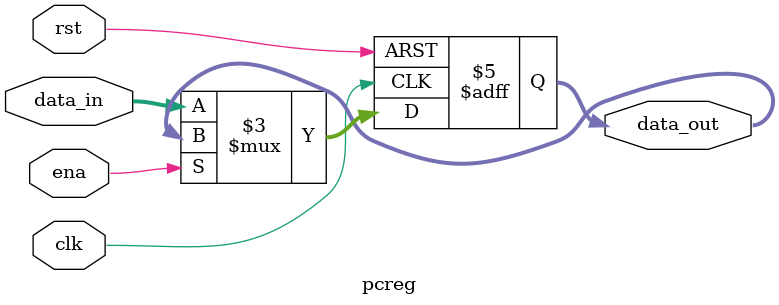
<source format=v>
`timescale 1ns / 1ps
module pcreg(
    input clk, // 1 Î»ÊäÈë£¬¼Ä´æÆ÷Ê±ÖÓÐÅºÅ£¬ÉÏÉýÑØÊ±ÎªPC¼Ä´æÆ÷¸³Öµ
    input rst, // 1 Î»ÊäÈë£¬ÖØÖÃÐÅºÅ£¬¸ßµçÆ½Ê±½«PC ¼Ä´æÆ÷ÇåÁã
               // ×¢£ºµ±ena ÐÅºÅÎÞÐ§Ê±£¬rst Ò²¿ÉÒÔÖØÖÃ¼Ä´æÆ÷
    input ena, // 1 Î»ÊäÈë,ÓÐÐ§ÐÅºÅ¸ßµçÆ½Ê±PC ¼Ä´æÆ÷¹¤¶ÁÈëdata_in µÄÖµ£¬·ñÔò±£³ÖÔ­ÓÐÊä³ö
    input [31 : 0] data_in, // 31 Î»ÊäÈë£¬ÊäÈëÊý¾Ý½«±»´æÈë¼Ä´æÆ÷ÄÚ²¿
    output reg [31 : 0] data_out // 31 Î»Êä³ö£¬¹¤×÷Ê±Ê¼ÖÕÊä³öPC ¼Ä´æÆ÷ÄÚ²¿´æ´¢µÄÖµ
    );
always@(posedge rst or negedge clk)
    if(rst) data_out <= 0;
	 else if(!ena) data_out <= data_in;
endmodule 
</source>
